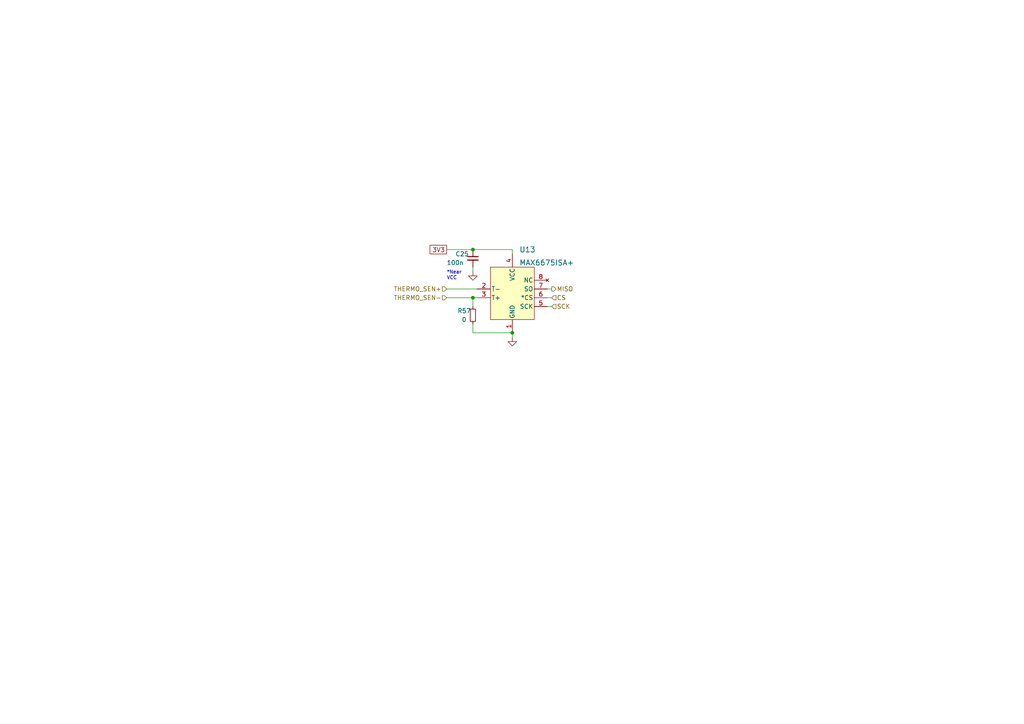
<source format=kicad_sch>
(kicad_sch (version 20211123) (generator eeschema)
  (paper "A4")
  (lib_symbols
    (symbol "Device:C_Small" (pin_numbers hide) (pin_names (offset 0.254) hide)
      (property "Reference" "C" (at 0.254 1.778 0))
      (property "Value" "C_Small" (at 0.254 -2.032 0))
      (symbol "C_Small_0_1"
        (polyline (pts (xy -1.524 -0.508) (xy 1.524 -0.508)) (stroke (width 0.3302)))
        (polyline (pts (xy -1.524 0.508) (xy 1.524 0.508)) (stroke (width 0.3048)))
      )
      (symbol "C_Small_1_1"
        (pin passive line (at 0 2.54 270) (length 2.032) (name "~") (number "1"))
        (pin passive line (at 0 -2.54 90) (length 2.032) (name "~") (number "2"))
      )
    )
    (symbol "Device:R_Small" (pin_numbers hide) (pin_names (offset 0.254) hide)
      (property "Reference" "R" (at 0.762 0.508 0))
      (property "Value" "R_Small" (at 0.762 -1.016 0))
      (symbol "R_Small_0_1"
        (rectangle (start -0.762 1.778) (end 0.762 -1.778) (stroke (width 0.2032)))
      )
      (symbol "R_Small_1_1"
        (pin passive line (at 0 2.54 270) (length 0.762) (name "~") (number "1"))
        (pin passive line (at 0 -2.54 90) (length 0.762) (name "~") (number "2"))
      )
    )
    (symbol "MAX6675ISA:MAX6675ISA+" (pin_names (offset 0.254))
      (property "Reference" "U" (at 16.51 7.62 0))
      (property "Value" "MAX6675ISA+" (at 22.86 5.08 0))
      (symbol "MAX6675ISA+_0_1"
        (pin power_in line (at 13.97 -15.24 90) (length 3.81) (name "GND") (number "1"))
        (pin unspecified line (at 3.81 -2.54 0) (length 3.81) (name "T-") (number "2"))
        (pin unspecified line (at 3.81 -5.08 0) (length 3.81) (name "T+") (number "3"))
        (pin power_in line (at 13.97 7.62 270) (length 3.81) (name "VCC") (number "4"))
        (pin input line (at 24.13 -7.62 180) (length 3.81) (name "SCK") (number "5"))
        (pin input line (at 24.13 -5.08 180) (length 3.81) (name "*CS") (number "6"))
        (pin output line (at 24.13 -2.54 180) (length 3.81) (name "SO") (number "7"))
        (pin no_connect line (at 24.13 0 180) (length 3.81) (name "NC") (number "8"))
      )
      (symbol "MAX6675ISA+_1_1"
        (rectangle (start 7.62 3.81) (end 20.32 -11.43) (fill (type background)))
      )
    )
    (symbol "power:GND" (power) (pin_names (offset 0))
      (property "Value" "GND" (at 0 -3.81 0))
      (symbol "GND_0_1"
        (polyline (pts (xy 0 0) (xy 0 -1.27) (xy 1.27 -1.27) (xy 0 -2.54) (xy -1.27 -1.27) (xy 0 -1.27)))
      )
      (symbol "GND_1_1"
        (pin power_in line (at 0 0 270) (length 0) hide (name "GND") (number "1"))
      )
    )
  )
  (junction (at 137.16 72.39))
  (junction (at 148.59 96.52))
  (junction (at 137.16 86.36))
  (wire (pts (xy 160.02 88.9) (xy 158.75 88.9)))
  (wire (pts (xy 129.54 83.82) (xy 138.43 83.82)))
  (wire (pts (xy 148.59 97.79) (xy 148.59 96.52)))
  (wire (pts (xy 160.02 86.36) (xy 158.75 86.36)))
  (wire (pts (xy 129.54 86.36) (xy 137.16 86.36)))
  (wire (pts (xy 137.16 78.74) (xy 137.16 77.47)))
  (wire (pts (xy 160.02 83.82) (xy 158.75 83.82)))
  (wire (pts (xy 137.16 96.52) (xy 148.59 96.52)))
  (wire (pts (xy 148.59 72.39) (xy 137.16 72.39)))
  (wire (pts (xy 129.54 72.39) (xy 137.16 72.39)))
  (wire (pts (xy 137.16 86.36) (xy 138.43 86.36)))
  (wire (pts (xy 137.16 93.98) (xy 137.16 96.52)))
  (wire (pts (xy 137.16 86.36) (xy 137.16 88.9)))
  (wire (pts (xy 148.59 73.66) (xy 148.59 72.39)))
  (text "*Near\nVCC" (at 129.54 81.28 0) (effects (font (size 1 1)) (justify left bottom)))
  (global_label "3V3" (shape passive) (at 129.54 72.39 180) (property "Intersheet References" "${INTERSHEET_REFS}" (effects hide)))
  (hierarchical_label "THERMO_SEN-" (shape input) (at 129.54 86.36 180))
  (hierarchical_label "CS" (shape input) (at 160.02 86.36 0))
  (hierarchical_label "MISO" (shape output) (at 160.02 83.82 0))
  (hierarchical_label "SCK" (shape input) (at 160.02 88.9 0))
  (hierarchical_label "THERMO_SEN+" (shape input) (at 129.54 83.82 180))
  (symbol (lib_id "power:GND") (at 137.16 78.74 0) (unit 1)
    (property "Reference" "#PWR0122" (effects hide))
    (property "Value" "GND" (effects hide))
  )
  (symbol (lib_id "Device:R_Small") (at 137.16 91.44 0) (unit 1)
    (property "Reference" "R57" (at 134.62 90.17 0))
    (property "Value" "0" (at 134.62 92.71 0))
    (property "Footprint" "Resistor_SMD:R_0402_1005Metric_Pad0.72x0.64mm_HandSolder" (effects hide))
    (property "MFR" "0402WGF0000TCE" (effects hide))
    (property "JLCPCB Part" "C17168" (effects hide))
  )
  (symbol (lib_id "Device:C_Small") (at 137.16 74.93 0) (unit 1)
    (property "Reference" "C25" (at 132.08 73.66 0) (effects (justify left)))
    (property "Value" "100n" (at 129.54 76.2 0) (effects (justify left)))
    (property "Footprint" "Capacitor_SMD:C_0402_1005Metric_Pad0.74x0.62mm_HandSolder" (effects hide))
  )
  (symbol (lib_id "MAX6675ISA:MAX6675ISA+") (at 134.62 81.28 0) (unit 1)
    (property "Reference" "U13" (at 150.6094 72.39 0) (effects (font (size 1.524 1.524)) (justify left)))
    (property "Value" "MAX6675ISA+" (at 150.6094 76.2 0) (effects (font (size 1.524 1.524)) (justify left)))
    (property "Footprint" "MAX6675ISA:MAX6675ISA" (effects hide))
    (property "Datasheet" "https://www.analog.com/media/en/technical-documentation/data-sheets/MAX6675.pdf" (effects hide))
  )
  (symbol (lib_id "power:GND") (at 148.59 97.79 0) (unit 1)
    (property "Reference" "#PWR0123" (effects hide))
    (property "Value" "GND" (effects hide))
  )
)
</source>
